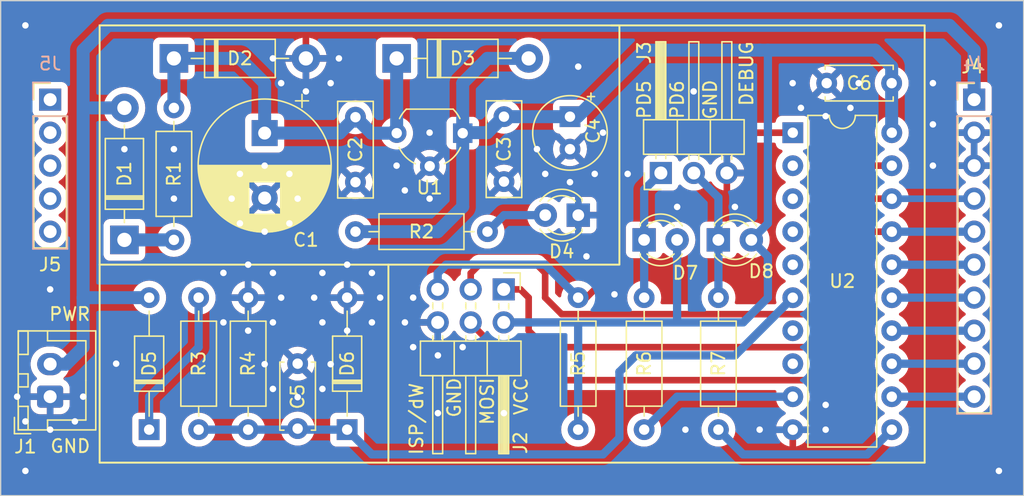
<source format=kicad_pcb>
(kicad_pcb (version 20240108) (generator "pcbnew") (generator_version "8.0")
  (title_block (title "Carrera Start-Ampel \"Bären(n)keller\"") (date "2023-01-10") (rev "1.0") (company "Andreas Wahl - Welzheim") (comment 1 "https://www.andreas-wahl.de/"))
  (layers (0 "F.Cu" signal) (31 "B.Cu" signal) (34 "B.Paste" user) (35 "F.Paste" user) (37 "F.SilkS" user "F.Silkscreen") (38 "B.Mask" user) (39 "F.Mask" user) (44 "Edge.Cuts" user))
  (net 0 "")
  (net 1 "Net-(D2-A1)")
  (net 2 "GND")
  (net 3 "Net-(D1-K)")
  (net 4 "Net-(D4-A)")
  (net 5 "Net-(D5-K)")
  (net 6 "/PCB1: Mikrocontroller/PWR_5V_uC")
  (net 7 "/PCB1: Mikrocontroller/CARRERA_MANCHESTER")
  (net 8 "Net-(D7-K)")
  (net 9 "Net-(D8-K)")
  (net 10 "Net-(J2-Pin_5)")
  (net 11 "Net-(J2-Pin_3)")
  (net 14 "/PCB1: Signalaufbereitung/CARRERA_PWR")
  (net 15 "/PCB1: Mikrocontroller/AMPEL_RT1_MISO")
  (net 16 "/PCB1: Mikrocontroller/AMPEL_RT2_MOSI")
  (net 17 "/PCB1: Mikrocontroller/AMPEL_RT3")
  (net 18 "/PCB1: Mikrocontroller/AMPEL_RT4")
  (net 19 "/PCB1: Mikrocontroller/AMPEL_RT5")
  (net 20 "/PCB1: Mikrocontroller/AMPEL_GN")
  (net 21 "/PCB1: Mikrocontroller/AMPEL_GE")
  (net 25 "Net-(U2-PD5)")
  (net 26 "Net-(U2-PD6)")
  (footprint "Resistor_THT:R_Axial_DIN0207_L6.3mm_D2.5mm_P10.16mm_Horizontal" (layer "F.Cu") (at 75.565 53.34 90)
    (property "Reference" "R7" (at 5.08 0 90) (layer "F.SilkS"))
    (property "Value" "470R")
    (pad "1" thru_hole circle (at 0 0 90) (size 1.6 1.6) (drill 0.8) (layers "*.Cu" "*.Mask") (net 26 "Net-(U2-PD6)"))
    (pad "2" thru_hole oval (at 10.16 0 90) (size 1.6 1.6) (drill 0.8) (layers "*.Cu" "*.Mask") (net 9 "Net-(D8-K)"))
  )
  (footprint "MyLibrary:LED_D3.0mm-gn" (layer "F.Cu") (at 64.78 36.83 180)
    (property "Reference" "D4" (at 1.28 -2.794 180) (layer "F.SilkS"))
    (property "Value" "gn/3mm")
    (pad "1" thru_hole rect (at 0 0 180) (size 1.8 1.8) (drill 0.9) (layers "*.Cu" "*.Mask") (net 2 "GND"))
    (pad "2" thru_hole circle (at 2.54 0 180) (size 1.8 1.8) (drill 0.9) (layers "*.Cu" "*.Mask") (net 4 "Net-(D4-A)"))
  )
  (footprint "Connector_JST:JST_XH_B2B-XH-A_1x02_P2.50mm_Vertical" (layer "F.Cu") (at 24.13 50.8 90)
    (property "Reference" "J1" (at -3.85 -1.905 180) (layer "F.SilkS"))
    (property "Value" "CARRERA_PWR")
    (pad "1" thru_hole roundrect (at 0 0 90) (size 1.7 2) (drill 1) (layers "*.Cu" "*.Mask") (roundrect_rratio 0.1470588235) (net 2 "GND"))
    (pad "2" thru_hole oval (at 2.5 0 90) (size 1.7 2) (drill 1) (layers "*.Cu" "*.Mask") (net 14 "/PCB1: Signalaufbereitung/CARRERA_PWR"))
  )
  (footprint "Diode_THT:D_DO-41_SOD81_P10.16mm_Horizontal" (layer "F.Cu") (at 29.845 38.735 90)
    (property "Reference" "D1" (at 5.08 0 90) (layer "F.SilkS"))
    (property "Value" "1N4001")
    (pad "1" thru_hole rect (at 0 0 90) (size 2.2 2.2) (drill 1.1) (layers "*.Cu" "*.Mask") (net 3 "Net-(D1-K)"))
    (pad "2" thru_hole oval (at 10.16 0 90) (size 2.2 2.2) (drill 1.1) (layers "*.Cu" "*.Mask") (net 14 "/PCB1: Signalaufbereitung/CARRERA_PWR"))
  )
  (footprint "MyLibrary:LED_D3.0mm-ye" (layer "F.Cu") (at 75.56 38.735)
    (property "Reference" "D8" (at 3.307 2.413 0) (layer "F.SilkS"))
    (property "Value" "ge/3mm")
    (pad "1" thru_hole rect (at 0 0) (size 1.8 1.8) (drill 0.9) (layers "*.Cu" "*.Mask") (net 9 "Net-(D8-K)"))
    (pad "2" thru_hole circle (at 2.54 0) (size 1.8 1.8) (drill 0.9) (layers "*.Cu" "*.Mask") (net 6 "/PCB1: Mikrocontroller/PWR_5V_uC"))
  )
  (footprint "Capacitor_THT:C_Disc_D5.0mm_W2.5mm_P5.00mm" (layer "F.Cu") (at 88.9 26.67 180)
    (property "Reference" "C6" (at 2.5 0 180) (layer "F.SilkS"))
    (property "Value" "100n/16V")
    (pad "1" thru_hole circle (at 0 0 180) (size 1.6 1.6) (drill 0.8) (layers "*.Cu" "*.Mask") (net 6 "/PCB1: Mikrocontroller/PWR_5V_uC"))
    (pad "2" thru_hole circle (at 5 0 180) (size 1.6 1.6) (drill 0.8) (layers "*.Cu" "*.Mask") (net 2 "GND"))
  )
  (footprint "Capacitor_THT:CP_Radial_Tantal_D5.5mm_P2.50mm" (layer "F.Cu") (at 64.14 29.25 -90)
    (property "Reference" "C4" (at 1.103 -1.778 -90) (layer "F.SilkS"))
    (property "Value" "10µ/16V")
    (pad "1" thru_hole rect (at 0 0 270) (size 1.6 1.6) (drill 0.8) (layers "*.Cu" "*.Mask") (net 6 "/PCB1: Mikrocontroller/PWR_5V_uC"))
    (pad "2" thru_hole circle (at 2.5 0 270) (size 1.6 1.6) (drill 0.8) (layers "*.Cu" "*.Mask") (net 2 "GND"))
  )
  (footprint "Resistor_THT:R_Axial_DIN0207_L6.3mm_D2.5mm_P10.16mm_Horizontal" (layer "F.Cu") (at 64.77 53.34 90)
    (property "Reference" "R5" (at 5.08 0 90) (layer "F.SilkS"))
    (property "Value" "15k")
    (pad "1" thru_hole circle (at 0 0 90) (size 1.6 1.6) (drill 0.8) (layers "*.Cu" "*.Mask") (net 6 "/PCB1: Mikrocontroller/PWR_5V_uC"))
    (pad "2" thru_hole oval (at 10.16 0 90) (size 1.6 1.6) (drill 0.8) (layers "*.Cu" "*.Mask") (net 10 "Net-(J2-Pin_5)"))
  )
  (footprint "Resistor_THT:R_Axial_DIN0207_L6.3mm_D2.5mm_P10.16mm_Horizontal" (layer "F.Cu") (at 57.79 38.1 180)
    (property "Reference" "R2" (at 5.08 0 0) (layer "F.SilkS"))
    (property "Value" "470R")
    (pad "1" thru_hole circle (at 0 0 180) (size 1.6 1.6) (drill 0.8) (layers "*.Cu" "*.Mask") (net 4 "Net-(D4-A)"))
    (pad "2" thru_hole oval (at 10.16 0 180) (size 1.6 1.6) (drill 0.8) (layers "*.Cu" "*.Mask") (net 6 "/PCB1: Mikrocontroller/PWR_5V_uC"))
  )
  (footprint "Capacitor_THT:C_Rect_L7.2mm_W2.5mm_P5.00mm_FKS2_FKP2_MKS2_MKP2" (layer "F.Cu") (at 47.63 29.29 -90)
    (property "Reference" "C2" (at 2.5 0 90) (layer "F.SilkS"))
    (property "Value" "330n/50V")
    (pad "1" thru_hole circle (at 0 0 270) (size 1.6 1.6) (drill 0.8) (layers "*.Cu" "*.Mask") (net 1 "Net-(D2-A1)"))
    (pad "2" thru_hole circle (at 5 0 270) (size 1.6 1.6) (drill 0.8) (layers "*.Cu" "*.Mask") (net 2 "GND"))
  )
  (footprint "Wahl_Andreas:LOGO_AW_5mm_mask" (layer "F.Cu") (at 94.107 54.864)
    (property "Reference" "G***" (hide yes))
    (property "Value" "LOGO" (hide yes))
  )
  (footprint "Diode_THT:D_DO-41_SOD81_P10.16mm_Horizontal" (layer "F.Cu") (at 33.655 24.765)
    (property "Reference" "D2" (at 5.08 0 0) (layer "F.SilkS"))
    (property "Value" "24V/1,3W")
    (pad "1" thru_hole rect (at 0 0) (size 2.2 2.2) (drill 1.1) (layers "*.Cu" "*.Mask") (net 1 "Net-(D2-A1)"))
    (pad "2" thru_hole oval (at 10.16 0) (size 2.2 2.2) (drill 1.1) (layers "*.Cu" "*.Mask") (net 2 "GND"))
  )
  (footprint "Resistor_THT:R_Axial_DIN0207_L6.3mm_D2.5mm_P10.16mm_Horizontal" (layer "F.Cu") (at 35.56 43.18 -90)
    (property "Reference" "R3" (at 5.08 0 90) (layer "F.SilkS"))
    (property "Value" "1k8")
    (pad "1" thru_hole circle (at 0 0 270) (size 1.6 1.6) (drill 0.8) (layers "*.Cu" "*.Mask") (net 5 "Net-(D5-K)"))
    (pad "2" thru_hole oval (at 10.16 0 270) (size 1.6 1.6) (drill 0.8) (layers "*.Cu" "*.Mask") (net 7 "/PCB1: Mikrocontroller/CARRERA_MANCHESTER"))
  )
  (footprint "Resistor_THT:R_Axial_DIN0207_L6.3mm_D2.5mm_P10.16mm_Horizontal" (layer "F.Cu") (at 69.85 43.18 -90)
    (property "Reference" "R6" (at 5.08 0 90) (layer "F.SilkS"))
    (property "Value" "470R")
    (pad "1" thru_hole circle (at 0 0 270) (size 1.6 1.6) (drill 0.8) (layers "*.Cu" "*.Mask") (net 8 "Net-(D7-K)"))
    (pad "2" thru_hole oval (at 10.16 0 270) (size 1.6 1.6) (drill 0.8) (layers "*.Cu" "*.Mask") (net 25 "Net-(U2-PD5)"))
  )
  (footprint "Package_TO_SOT_THT:TO-92_Wide" (layer "F.Cu") (at 55.885 30.52 180)
    (property "Reference" "U1" (at 2.55 -4.19 180) (layer "F.SilkS"))
    (property "Value" "L78L05_TO92")
    (pad "1" thru_hole rect (at 0 0 180) (size 1.5 1.5) (drill 0.8) (layers "*.Cu" "*.Mask") (net 6 "/PCB1: Mikrocontroller/PWR_5V_uC"))
    (pad "2" thru_hole circle (at 2.54 -2.54 180) (size 1.5 1.5) (drill 0.8) (layers "*.Cu" "*.Mask") (net 2 "GND"))
    (pad "3" thru_hole circle (at 5.08 0 180) (size 1.5 1.5) (drill 0.8) (layers "*.Cu" "*.Mask") (net 1 "Net-(D2-A1)"))
  )
  (footprint "Capacitor_THT:C_Rect_L7.2mm_W2.5mm_P5.00mm_FKS2_FKP2_MKS2_MKP2" (layer "F.Cu") (at 59.06 29.25 -90)
    (property "Reference" "C3" (at 2.5 0 90) (layer "F.SilkS"))
    (property "Value" "100n/16V")
    (pad "1" thru_hole circle (at 0 0 270) (size 1.6 1.6) (drill 0.8) (layers "*.Cu" "*.Mask") (net 6 "/PCB1: Mikrocontroller/PWR_5V_uC"))
    (pad "2" thru_hole circle (at 5 0 270) (size 1.6 1.6) (drill 0.8) (layers "*.Cu" "*.Mask") (net 2 "GND"))
  )
  (footprint "Diode_THT:D_DO-41_SOD81_P10.16mm_Horizontal" (layer "F.Cu") (at 50.8 24.765)
    (property "Reference" "D3" (at 5.08 0 0) (layer "F.SilkS"))
    (property "Value" "1N4001")
    (pad "1" thru_hole rect (at 0 0) (size 2.2 2.2) (drill 1.1) (layers "*.Cu" "*.Mask") (net 1 "Net-(D2-A1)"))
    (pad "2" thru_hole oval (at 10.16 0) (size 2.2 2.2) (drill 1.1) (layers "*.Cu" "*.Mask") (net 6 "/PCB1: Mikrocontroller/PWR_5V_uC"))
  )
  (footprint "Resistor_THT:R_Axial_DIN0207_L6.3mm_D2.5mm_P10.16mm_Horizontal" (layer "F.Cu") (at 39.37 53.34 90)
    (property "Reference" "R4" (at 5.08 0 90) (layer "F.SilkS"))
    (property "Value" "1k0")
    (pad "1" thru_hole circle (at 0 0 90) (size 1.6 1.6) (drill 0.8) (layers "*.Cu" "*.Mask") (net 7 "/PCB1: Mikrocontroller/CARRERA_MANCHESTER"))
    (pad "2" thru_hole oval (at 10.16 0 90) (size 1.6 1.6) (drill 0.8) (layers "*.Cu" "*.Mask") (net 2 "GND"))
  )
  (footprint "MyLibrary:LED_D3.0mm-rd" (layer "F.Cu") (at 69.845 38.735)
    (property "Reference" "D7" (at 3.18 2.54 0) (layer "F.SilkS"))
    (property "Value" "rt/3mm")
    (pad "1" thru_hole rect (at 0 0) (size 1.8 1.8) (drill 0.9) (layers "*.Cu" "*.Mask") (net 8 "Net-(D7-K)"))
    (pad "2" thru_hole circle (at 2.54 0) (size 1.8 1.8) (drill 0.9) (layers "*.Cu" "*.Mask") (net 6 "/PCB1: Mikrocontroller/PWR_5V_uC"))
  )
  (footprint "Diode_THT:D_DO-35_SOD27_P10.16mm_Horizontal" (layer "F.Cu") (at 31.75 53.34 90)
    (property "Reference" "D5" (at 5.08 0 90) (layer "F.SilkS"))
    (property "Value" "1N4148")
    (pad "1" thru_hole rect (at 0 0 90) (size 1.6 1.6) (drill 0.8) (layers "*.Cu" "*.Mask") (net 5 "Net-(D5-K)"))
    (pad "2" thru_hole oval (at 10.16 0 90) (size 1.6 1.6) (drill 0.8) (layers "*.Cu" "*.Mask") (net 14 "/PCB1: Signalaufbereitung/CARRERA_PWR"))
  )
  (footprint "Package_DIP:DIP-20_W7.62mm" (layer "F.Cu") (at 81.29 30.485)
    (property "Reference" "U2" (at 3.81 11.425 0) (layer "F.SilkS"))
    (property "Value" "ATtiny2313A-P")
    (pad "1" thru_hole rect (at 0 0) (size 1.6 1.6) (drill 0.8) (layers "*.Cu" "*.Mask") (net 10 "Net-(J2-Pin_5)"))
    (pad "2" thru_hole oval (at 0 2.54) (size 1.6 1.6) (drill 0.8) (layers "*.Cu" "*.Mask"))
    (pad "3" thru_hole oval (at 0 5.08) (size 1.6 1.6) (drill 0.8) (layers "*.Cu" "*.Mask"))
    (pad "4" thru_hole oval (at 0 7.62) (size 1.6 1.6) (drill 0.8) (layers "*.Cu" "*.Mask"))
    (pad "5" thru_hole oval (at 0 10.16) (size 1.6 1.6) (drill 0.8) (layers "*.Cu" "*.Mask"))
    (pad "6" thru_hole oval (at 0 12.7) (size 1.6 1.6) (drill 0.8) (layers "*.Cu" "*.Mask") (net 7 "/PCB1: Mikrocontroller/CARRERA_MANCHESTER"))
    (pad "7" thru_hole oval (at 0 15.24) (size 1.6 1.6) (drill 0.8) (layers "*.Cu" "*.Mask"))
    (pad "8" thru_hole oval (at 0 17.78) (size 1.6 1.6) (drill 0.8) (layers "*.Cu" "*.Mask"))
    (pad "9" thru_hole oval (at 0 20.32) (size 1.6 1.6) (drill 0.8) (layers "*.Cu" "*.Mask") (net 25 "Net-(U2-PD5)"))
    (pad "10" thru_hole oval (at 0 22.86) (size 1.6 1.6) (drill 0.8) (layers "*.Cu" "*.Mask") (net 2 "GND"))
    (pad "11" thru_hole oval (at 7.62 22.86) (size 1.6 1.6) (drill 0.8) (layers "*.Cu" "*.Mask") (net 26 "Net-(U2-PD6)"))
    (pad "12" thru_hole oval (at 7.62 20.32) (size 1.6 1.6) (drill 0.8) (layers "*.Cu" "*.Mask") (net 21 "/PCB1: Mikrocontroller/AMPEL_GE"))
    (pad "13" thru_hole oval (at 7.62 17.78) (size 1.6 1.6) (drill 0.8) (layers "*.Cu" "*.Mask") (net 20 "/PCB1: Mikrocontroller/AMPEL_GN"))
    (pad "14" thru_hole oval (at 7.62 15.24) (size 1.6 1.6) (drill 0.8) (layers "*.Cu" "*.Mask") (net 19 "/PCB1: Mikrocontroller/AMPEL_RT5"))
    (pad "15" thru_hole oval (at 7.62 12.7) (size 1.6 1.6) (drill 0.8) (layers "*.Cu" "*.Mask") (net 18 "/PCB1: Mikrocontroller/AMPEL_RT4"))
    (pad "16" thru_hole oval (at 7.62 10.16) (size 1.6 1.6) (drill 0.8) (layers "*.Cu" "*.Mask") (net 17 "/PCB1: Mikrocontroller/AMPEL_RT3"))
    (pad "17" thru_hole oval (at 7.62 7.62) (size 1.6 1.6) (drill 0.8) (layers "*.Cu" "*.Mask") (net 16 "/PCB1: Mikrocontroller/AMPEL_RT2_MOSI"))
    (pad "18" thru_hole oval (at 7.62 5.08) (size 1.6 1.6) (drill 0.8) (layers "*.Cu" "*.Mask") (net 15 "/PCB1: Mikrocontroller/AMPEL_RT1_MISO"))
    (pad "19" thru_hole oval (at 7.62 2.54) (size 1.6 1.6) (drill 0.8) (layers "*.Cu" "*.Mask") (net 11 "Net-(J2-Pin_3)"))
    (pad "20" thru_hole oval (at 7.62 0) (size 1.6 1.6) (drill 0.8) (layers "*.Cu" "*.Mask") (net 6 "/PCB1: Mikrocontroller/PWR_5V_uC"))
  )
  (footprint "Connector_PinHeader_2.54mm:PinHeader_1x03_P2.54mm_Horizontal" (layer "F.Cu") (at 71.135 33.585 90)
    (property "Reference" "J3" (at 10.217 -1.285 90) (layer "F.SilkS") (effects (justify right)))
    (property "Value" "DebugPins")
    (pad "1" thru_hole rect (at 0 0 90) (size 1.7 1.7) (drill 1) (layers "*.Cu" "*.Mask") (net 8 "Net-(D7-K)"))
    (pad "2" thru_hole oval (at 0 2.54 90) (size 1.7 1.7) (drill 1) (layers "*.Cu" "*.Mask") (net 9 "Net-(D8-K)"))
    (pad "3" thru_hole oval (at 0 5.08 90) (size 1.7 1.7) (drill 1) (layers "*.Cu" "*.Mask") (net 2 "GND"))
  )
  (footprint "Capacitor_THT:C_Disc_D5.0mm_W2.5mm_P5.00mm" (layer "F.Cu") (at 43.18 53.26 90)
    (property "Reference" "C5" (at 2.46 0 90) (layer "F.SilkS"))
    (property "Value" "150p/16V")
    (pad "1" thru_hole circle (at 0 0 90) (size 1.6 1.6) (drill 0.8) (layers "*.Cu" "*.Mask") (net 7 "/PCB1: Mikrocontroller/CARRERA_MANCHESTER"))
    (pad "2" thru_hole circle (at 5 0 90) (size 1.6 1.6) (drill 0.8) (layers "*.Cu" "*.Mask") (net 2 "GND"))
  )
  (footprint "Capacitor_THT:CP_Radial_D10.0mm_P5.00mm" (layer "F.Cu") (at 40.64 30.512323 -90)
    (property "Reference" "C1" (at 8.222677 -3.175 0) (layer "F.SilkS"))
    (property "Value" "220µ/50V")
    (pad "1" thru_hole rect (at 0 0 270) (size 2 2) (drill 1) (layers "*.Cu" "*.Mask") (net 1 "Net-(D2-A1)"))
    (pad "2" thru_hole circle (at 5 0 270) (size 2 2) (drill 1) (layers "*.Cu" "*.Mask") (net 2 "GND"))
  )
  (footprint "Resistor_THT:R_Axial_DIN0207_L6.3mm_D2.5mm_P10.16mm_Horizontal" (layer "F.Cu") (at 33.655 38.735 90)
    (property "Reference" "R1" (at 5.08 0 90) (layer "F.SilkS"))
    (property "Value" "68R/0,6W")
    (pad "1" thru_hole circle (at 0 0 90) (size 1.6 1.6) (drill 0.8) (layers "*.Cu" "*.Mask") (net 3 "Net-(D1-K)"))
    (pad "2" thru_hole oval (at 10.16 0 90) (size 1.6 1.6) (drill 0.8) (layers "*.Cu" "*.Mask") (net 1 "Net-(D2-A1)"))
  )
  (footprint "Connector_PinHeader_2.54mm:PinHeader_2x03_P2.54mm_Horizontal" (layer "F.Cu") (at 59.04 42.545 -90)
    (property "Reference" "J2" (at 12.762 -1.285 90) (layer "F.SilkS") (effects (justify left)))
    (property "Value" "ISP/DebugWire")
    (pad "1" thru_hole rect (at 0 0 270) (size 1.7 1.7) (drill 1) (layers "*.Cu" "*.Mask") (net 15 "/PCB1: Mikrocontroller/AMPEL_RT1_MISO"))
    (pad "2" thru_hole oval (at 2.54 0 270) (size 1.7 1.7) (drill 1) (layers "*.Cu" "*.Mask") (net 6 "/PCB1: Mikrocontroller/PWR_5V_uC"))
    (pad "3" thru_hole oval (at 0 2.54 270) (size 1.7 1.7) (drill 1) (layers "*.Cu" "*.Mask") (net 11 "Net-(J2-Pin_3)"))
    (pad "4" thru_hole oval (at 2.54 2.54 270) (size 1.7 1.7) (drill 1) (layers "*.Cu" "*.Mask") (net 16 "/PCB1: Mikrocontroller/AMPEL_RT2_MOSI"))
    (pad "5" thru_hole oval (at 0 5.08 270) (size 1.7 1.7) (drill 1) (layers "*.Cu" "*.Mask") (net 10 "Net-(J2-Pin_5)"))
    (pad "6" thru_hole oval (at 2.54 5.08 270) (size 1.7 1.7) (drill 1) (layers "*.Cu" "*.Mask") (net 2 "GND"))
  )
  (footprint "Diode_THT:D_DO-35_SOD27_P10.16mm_Horizontal" (layer "F.Cu") (at 46.99 53.34 90)
    (property "Reference" "D6" (at 5.08 0 90) (layer "F.SilkS"))
    (property "Value" "5V1/0,5W")
    (pad "1" thru_hole rect (at 0 0 90) (size 1.6 1.6) (drill 0.8) (layers "*.Cu" "*.Mask") (net 7 "/PCB1: Mikrocontroller/CARRERA_MANCHESTER"))
    (pad "2" thru_hole oval (at 10.16 0 90) (size 1.6 1.6) (drill 0.8) (layers "*.Cu" "*.Mask") (net 2 "GND"))
  )
  (footprint "Connector_PinSocket_2.54mm:PinSocket_1x10_P2.54mm_Vertical" (layer "B.Cu") (at 95.25 27.94 180)
    (property "Reference" "J4" (at 0 2.77 0) (layer "B.SilkS") (effects (justify mirror)))
    (property "Value" "LED_OUT")
    (pad "1" thru_hole rect (at 0 0 180) (size 1.7 1.7) (drill 1) (layers "*.Cu" "*.Mask") (net 14 "/PCB1: Signalaufbereitung/CARRERA_PWR"))
    (pad "2" thru_hole oval (at 0 -2.54 180) (size 1.7 1.7) (drill 1) (layers "*.Cu" "*.Mask") (net 2 "GND"))
    (pad "3" thru_hole oval (at 0 -5.08 180) (size 1.7 1.7) (drill 1) (layers "*.Cu" "*.Mask") (net 2 "GND"))
    (pad "4" thru_hole oval (at 0 -7.62 180) (size 1.7 1.7) (drill 1) (layers "*.Cu" "*.Mask") (net 15 "/PCB1: Mikrocontroller/AMPEL_RT1_MISO"))
    (pad "5" thru_hole oval (at 0 -10.16 180) (size 1.7 1.7) (drill 1) (layers "*.Cu" "*.Mask") (net 16 "/PCB1: Mikrocontroller/AMPEL_RT2_MOSI"))
    (pad "6" thru_hole oval (at 0 -12.7 180) (size 1.7 1.7) (drill 1) (layers "*.Cu" "*.Mask") (net 17 "/PCB1: Mikrocontroller/AMPEL_RT3"))
    (pad "7" thru_hole oval (at 0 -15.24 180) (size 1.7 1.7) (drill 1) (layers "*.Cu" "*.Mask") (net 18 "/PCB1: Mikrocontroller/AMPEL_RT4"))
    (pad "8" thru_hole oval (at 0 -17.78 180) (size 1.7 1.7) (drill 1) (layers "*.Cu" "*.Mask") (net 19 "/PCB1: Mikrocontroller/AMPEL_RT5"))
    (pad "9" thru_hole oval (at 0 -20.32 180) (size 1.7 1.7) (drill 1) (layers "*.Cu" "*.Mask") (net 20 "/PCB1: Mikrocontroller/AMPEL_GN"))
    (pad "10" thru_hole oval (at 0 -22.86 180) (size 1.7 1.7) (drill 1) (layers "*.Cu" "*.Mask") (net 21 "/PCB1: Mikrocontroller/AMPEL_GE"))
  )
  (footprint "Wahl_Andreas:LOGO_AW_5mm_mask" (layer "B.Cu") (at 94.107 54.864 180)
    (property "Reference" "G***" (hide yes))
    (property "Value" "LOGO" (hide yes))
  )
  (footprint "Connector_PinSocket_2.54mm:PinSocket_1x05_P2.54mm_Vertical" (layer "B.Cu") (at 24.13 27.94 180)
    (property "Reference" "J5" (at 0 2.77 0) (layer "B.SilkS") (effects (justify mirror)))
    (property "Value" "HALTER")
    (pad "1" thru_hole rect (at 0 0 180) (size 1.7 1.7) (drill 1) (layers "*.Cu" "*.Mask"))
    (pad "2" thru_hole oval (at 0 -2.54 180) (size 1.7 1.7) (drill 1) (layers "*.Cu" "*.Mask"))
    (pad "3" thru_hole oval (at 0 -5.08 180) (size 1.7 1.7) (drill 1) (layers "*.Cu" "*.Mask"))
    (pad "4" thru_hole oval (at 0 -7.62 180) (size 1.7 1.7) (drill 1) (layers "*.Cu" "*.Mask"))
    (pad "5" thru_hole oval (at 0 -10.16 180) (size 1.7 1.7) (drill 1) (layers "*.Cu" "*.Mask"))
  )
  (gr_rect (start 93.98 29.21) (end 96.52 52.07) (stroke (width 0.15)) (fill none) (layer "F.SilkS"))
  (gr_rect (start 27.94 22.225) (end 67.945 40.64) (stroke (width 0.15)) (fill none) (layer "F.SilkS"))
  (gr_line (start 22.86 27.94) (end 22.86 26.67) (stroke (width 0.15)) (layer "F.SilkS"))
  (gr_line (start 93.98 27.94) (end 93.98 26.67) (stroke (width 0.15)) (layer "F.SilkS"))
  (gr_line (start 93.98 26.67) (end 95.25 26.67) (stroke (width 0.15)) (layer "F.SilkS"))
  (gr_line (start 67.31 22.225) (end 91.44 22.225) (stroke (width 0.15)) (layer "F.SilkS"))
  (gr_line (start 22.86 26.67) (end 24.13 26.67) (stroke (width 0.15)) (layer "F.SilkS"))
  (gr_line (start 27.94 55.88) (end 91.44 55.88) (stroke (width 0.15)) (layer "F.SilkS"))
  (gr_line (start 27.94 40.64) (end 27.94 55.88) (stroke (width 0.15)) (layer "F.SilkS"))
  (gr_line (start 91.44 22.225) (end 91.44 55.88) (stroke (width 0.15)) (layer "F.SilkS"))
  (gr_rect (start 22.86 29.21) (end 25.4 39.37) (stroke (width 0.15)) (fill none) (layer "F.SilkS"))
  (gr_line (start 50.165 40.64) (end 50.165 55.88) (stroke (width 0.15)) (layer "F.SilkS"))
  (gr_rect (start 20.32 20.32) (end 99.06 58.42) (stroke (width 0.1)) (fill none) (layer "Edge.Cuts"))
  (gr_text "MOSI" (at 57.77 49.25 90) (layer "F.SilkS") (effects (font (size 1 1)) (justify right)))
  (gr_text "GND" (at 55.23 49.25 90) (layer "F.SilkS") (effects (font (size 1 1)) (justify right)))
  (gr_text "VCC" (at 60.37 49.25 90) (layer "F.SilkS") (effects (font (size 1 1)) (justify right)))
  (gr_text "DEBUG" (at 77.724 23.368 90) (layer "F.SilkS") (effects (font (size 1 1)) (justify right)))
  (gr_text "GND" (at 74.93 27.94 90) (layer "F.SilkS") (effects (font (size 1 1))))
  (gr_text "PD5" (at 69.85 27.94 90) (layer "F.SilkS") (effects (font (size 1 1))))
  (gr_text "PD6" (at 72.39 27.94 90) (layer "F.SilkS") (effects (font (size 1 1))))
  (gr_text "J4" (at 95.123 25.4 0) (layer "F.SilkS") (effects (font (size 1 1))))
  (gr_text "J5" (at 24.13 40.64 0) (layer "F.SilkS") (effects (font (size 1 1))))
  (gr_text "PWR" (at 27.305 44.45 0) (layer "F.SilkS") (effects (font (size 1 1)) (justify right)))
  (gr_text "ISP/dW" (at 52.324 55.372 90) (layer "F.SilkS") (effects (font (size 1 1)) (justify left)))
  (gr_text "GND" (at 27.305 54.61 0) (layer "F.SilkS") (effects (font (size 1 1)) (justify right)))
  (segment (start 33.655 24.765) (end 33.655 28.575) (width 1) (layer "B.Cu") (net 1))
  (segment (start 40.64 30.512323) (end 40.64 26.67) (width 1) (layer "B.Cu") (net 1))
  (segment (start 40.64 30.512323) (end 46.407677 30.512323) (width 1) (layer "B.Cu") (net 1))
  (segment (start 46.407677 30.512323) (end 47.63 29.29) (width 1) (layer "B.Cu") (net 1))
  (segment (start 48.86 30.52) (end 50.18 30.52) (width 1) (layer "B.Cu") (net 1))
  (segment (start 38.735 24.765) (end 33.655 24.765) (width 1) (layer "B.Cu") (net 1))
  (segment (start 50.8 30.515) (end 50.805 30.52) (width 1) (layer "B.Cu") (net 1))
  (segment (start 48.86 30.52) (end 47.63 29.29) (width 1) (layer "B.Cu") (net 1))
  (segment (start 40.64 26.67) (end 38.735 24.765) (width 1) (layer "B.Cu") (net 1))
  (segment (start 50.8 24.765) (end 50.8 30.515) (width 1) (layer "B.Cu") (net 1))
  (via (at 83.82 53.34) (size 1) (drill 0.5) (layers "F.Cu" "B.Cu") (net 2))
  (via (at 29.21 48.26) (size 1) (drill 0.5) (layers "F.Cu" "B.Cu") (net 2))
  (via (at 22.225 52.705) (size 1) (drill 0.5) (layers "F.Cu" "B.Cu") (net 2))
  (via (at 64.14 34.29) (size 1) (drill 0.5) (layers "F.Cu" "B.Cu") (net 2))
  (via (at 45.085 45.085) (size 1) (drill 0.5) (layers "F.Cu" "B.Cu") (net 2))
  (via (at 46.99 40.64) (size 1) (drill 0.5) (layers "F.Cu" "B.Cu") (net 2))
  (via (at 41.275 41.275) (size 1) (drill 0.5) (layers "F.Cu" "B.Cu") (net 2))
  (via (at 43.815 27.305) (size 1) (drill 0.5) (layers "F.Cu" "B.Cu") (net 2))
  (via (at 85.725 28.575) (size 1) (drill 0.5) (layers "F.Cu" "B.Cu") (net 2))
  (via (at 50.795 33.02) (size 1) (drill 0.5) (layers "F.Cu" "B.Cu") (net 2))
  (via (at 41.275 45.085) (size 1) (drill 0.5) (layers "F.Cu" "B.Cu") (net 2))
  (via (at 68.58 33.655) (size 1) (drill 0.5) (layers "F.Cu" "B.Cu") (net 2))
  (via (at 83.82 29.21) (size 1) (drill 0.5) (layers "F.Cu" "B.Cu") (net 2))
  (via (at 92.075 29.845) (size 1) (drill 0.5) (layers "F.Cu" "B.Cu") (net 2))
  (via (at 73.025 53.34) (size 1) (drill 0.5) (layers "F.Cu" "B.Cu") (net 2))
  (via (at 48.895 45.085) (size 1) (drill 0.5) (layers "F.Cu" "B.Cu") (net 2))
  (via (at 72.39 36.195) (size 1) (drill 0.5) (layers "F.Cu" "B.Cu") (net 2))
  (via (at 53.975 52.07) (size 1) (drill 0.5) (layers "F.Cu" "B.Cu") (net 2))
  (via (at 39.37 45.72) (size 1) (drill 0.5) (layers "F.Cu" "B.Cu") (net 2))
  (via (at 41.275 24.765) (size 1) (drill 0.5) (layers "F.Cu" "B.Cu") (net 2))
  (via (at 45.085 41.275) (size 1) (drill 0.5) (layers "F.Cu" "B.Cu") (net 2))
  (via (at 40.64 38.1) (size 1) (drill 0.5) (layers "F.Cu" "B.Cu") (net 2))
  (via (at 29.845 31.75) (size 1) (drill 0.5) (layers "F.Cu" "B.Cu") (net 2))
  (via (at 66.68 30.48) (size 1) (drill 0.5) (layers "F.Cu" "B.Cu") (net 2))
  (via (at 53.335 30.48) (size 1) (drill 0.5) (layers "F.Cu" "B.Cu") (net 2))
  (via (at 59.055 52.07) (size 1) (drill 0.5) (layers "F.Cu" "B.Cu") (net 2))
  (via (at 41.91 43.18) (size 1) (drill 0.5) (layers "F.Cu" "B.Cu") (net 2))
  (via (at 38.735 33.655) (size 1) (drill 0.5) (layers "F.Cu" "B.Cu") (net 2))
  (via (at 51.435 45.085) (size 1) (drill 0.5) (layers "F.Cu" "B.Cu") (net 2))
  (via (at 53.975 47.625) (size 1) (drill 0.5) (layers "F.Cu" "B.Cu") (net 2))
  (via (at 62.235 33.655) (size 1) (drill 0.5) (layers "F.Cu" "B.Cu") (net 2))
  (via (at 37.465 41.275) (size 1) (drill 0.5) (layers "F.Cu" "B.Cu") (net 2))
  (via (at 39.37 40.64) (size 1) (drill 0.5) (layers "F.Cu" "B.Cu") (net 2))
  (via (at 41.275 50.205) (size 1) (drill 0.5) (layers "F.Cu" "B.Cu") (net 2))
  (via (at 43.18 50.84) (size 1) (drill 0.5) (layers "F.Cu" "B.Cu") (net 2))
  (via (at 97.155 22.225) (size 1) (drill 0.5) (layers "F.Cu" "B.Cu") (net 2))
  (via (at 24.13 53.34) (size 1) (drill 0.5) (layers "F.Cu" "B.Cu") (net 2))
  (via (at 33.655 35.56) (size 1) (drill 0.5) (layers "F.Cu" "B.Cu") (net 2))
  (via (at 38.1 35.56) (size 1) (drill 0.5) (layers "F.Cu" "B.Cu") (net 2))
  (via (at 40.64 33.02) (size 1) (drill 0.5) (layers "F.Cu" "B.Cu") (net 2))
  (via (at 51.43 34.925) (size 1) (drill 0.5) (layers "F.Cu" "B.Cu") (net 2))
  (via (at 26.035 52.705) (size 1) (drill 0.5) (layers "F.Cu" "B.Cu") (net 2))
  (via (at 45.085 50.205) (size 1) (drill 0.5) (layers "F.Cu" "B.Cu") (net 2))
  (via (at 24.13 42.545) (size 1) (drill 0.5) (layers "F.Cu" "B.Cu") (net 2))
  (via (at 46.99 45.72) (size 1) (drill 0.5) (layers "F.Cu" "B.Cu") (net 2))
  (via (at 26.67 50.8) (size 1) (drill 0.5) (layers "F.Cu" "B.Cu") (net 2))
  (via (at 22.225 56.515) (size 1) (drill 0.5) (layers "F.Cu" "B.Cu") (net 2))
  (via (at 61.6 31.75) (size 1) (drill 0.5) (layers "F.Cu" "B.Cu") (net 2))
  (via (at 45.72 48.3) (size 1) (drill 0.5) (layers "F.Cu" "B.Cu") (net 2))
  (via (at 86.36 26.67) (size 1) (drill 0.5) (layers "F.Cu" "B.Cu") (net 2))
  (via (at 53.335 35.56) (size 1) (drill 0.5) (layers "F.Cu" "B.Cu") (net 2))
  (via (at 64.775 25.4) (size 1) (drill 0.5) (layers "F.Cu" "B.Cu") (net 2))
  (via (at 81.28 26.67) (size 1) (drill 0.5) (layers "F.Cu" "B.Cu") (net 2))
  (via (at 65.41 40.005) (size 1) (drill 0.5) (layers "F.Cu" "B.Cu") (net 2))
  (via (at 67.564 42.926) (size 1) (drill 0.5) (layers "F.Cu" "B.Cu") (net 2))
  (via (at 45.72 26.67) (size 1) (drill 0.5) (layers "F.Cu" "B.Cu") (net 2))
  (via (at 33.655 31.75) (size 1) (drill 0.5) (layers "F.Cu" "B.Cu") (net 2))
  (via (at 42.545 33.655) (size 1) (drill 0.5) (layers "F.Cu" "B.Cu") (net 2))
  (via (at 37.465 45.085) (size 1) (drill 0.5) (layers "F.Cu" "B.Cu") (net 2))
  (via (at 52.07 43.18) (size 1) (drill 0.5) (layers "F.Cu" "B.Cu") (net 2))
  (via (at 49.53 43.18) (size 1) (drill 0.5) (layers "F.Cu" "B.Cu") (net 2))
  (via (at 44.45 43.18) (size 1) (drill 0.5) (layers "F.Cu" "B.Cu") (net 2))
  (via (at 21.59 50.8) (size 1) (drill 0.5) (layers "F.Cu" "B.Cu") (net 2))
  (via (at 66.045 33.655) (size 1) (drill 0.5) (layers "F.Cu" "B.Cu") (net 2))
  (via (at 92.075 33.02) (size 1) (drill 0.5) (layers "F.Cu" "B.Cu") (net 2))
  (via (at 76.835 36.195) (size 1) (drill 0.5) (layers "F.Cu" "B.Cu") (net 2))
  (via (at 48.895 41.275) (size 1) (drill 0.5) (layers "F.Cu" "B.Cu") (net 2))
  (via (at 22.225 22.225) (size 1) (drill 0.5) (layers "F.Cu" "B.Cu") (net 2))
  (via (at 42.545 37.465) (size 1) (drill 0.5) (layers "F.Cu" "B.Cu") (net 2))
  (via (at 55.88 46.99) (size 1) (drill 0.5) (layers "F.Cu" "B.Cu") (net 2))
  (via (at 78.74 53.34) (size 1) (drill 0.5) (layers "F.Cu" "B.Cu") (net 2))
  (via (at 92.075 26.67) (size 1) (drill 0.5) (layers "F.Cu" "B.Cu") (net 2))
  (via (at 40.64 48.3) (size 1) (drill 0.5) (layers "F.Cu" "B.Cu") (net 2))
  (via (at 52.07 46.99) (size 1) (drill 0.5) (layers "F.Cu" "B.Cu") (net 2))
  (via (at 46.355 24.765) (size 1) (drill 0.5) (layers "F.Cu" "B.Cu") (net 2))
  (via (at 97.155 56.515) (size 1) (drill 0.5) (layers "F.Cu" "B.Cu") (net 2))
  (via (at 81.915 28.575) (size 1) (drill 0.5) (layers "F.Cu" "B.Cu") (net 2))
  (via (at 38.735 37.465) (size 1) (drill 0.5) (layers "F.Cu" "B.Cu") (net 2))
  (via (at 43.18 35.56) (size 1) (drill 0.5) (layers "F.Cu" "B.Cu") (net 2))
  (via (at 41.91 26.67) (size 1) (drill 0.5) (layers "F.Cu" "B.Cu") (net 2))
  (via (at 83.82 51.435) (size 1) (drill 0.5) (layers "F.Cu" "B.Cu") (net 2))
  (via (at 73.66 27.305) (size 1) (drill 0.5) (layers "F.Cu" "B.Cu") (net 2))
  (segment (start 29.845 38.735) (end 33.655 38.735) (width 1) (layer "B.Cu") (net 3))
  (segment (start 57.79 38.1) (end 59.06 36.83) (width 0.635) (layer "B.Cu") (net 4))
  (segment (start 59.06 36.83) (end 61.605 36.83) (width 0.635) (layer "B.Cu") (net 4))
  (segment (start 35.56 46.99) (end 35.56 43.18) (width 0.635) (layer "B.Cu") (net 5))
  (segment (start 31.75 53.34) (end 31.75 50.8) (width 0.635) (layer "B.Cu") (net 5))
  (segment (start 31.75 50.8) (end 35.56 46.99) (width 0.635) (layer "B.Cu") (net 5))
  (segment (start 53.97 38.1) (end 47.63 38.1) (width 1) (layer "B.Cu") (net 6))
  (segment (start 59.015 29.25) (end 57.785 30.48) (width 1) (layer "B.Cu") (net 6))
  (segment (start 59.06 29.25) (end 59.015 29.25) (width 1) (layer "B.Cu") (net 6))
  (segment (start 72.385 45.08) (end 72.39 45.085) (width 0.635) (layer "B.Cu") (net 6))
  (segment (start 78.74 24.13) (end 79.375 24.13) (width 1) (layer "B.Cu") (net 6))
  (segment (start 64.14 29.25) (end 59.06 29.25) (width 1) (layer "B.Cu") (net 6))
  (segment (start 79.375 24.13) (end 79.375 37.46) (width 0.635) (layer "B.Cu") (net 6))
  (segment (start 79.375 37.46) (end 78.1 38.735) (width 0.635) (layer "B.Cu") (net 6))
  (segment (start 79.375 24.13) (end 87.63 24.13) (width 1) (layer "B.Cu") (net 6))
  (segment (start 79.375 40.01) (end 79.375 43.18) (width 0.635) (layer "B.Cu") (net 6))
  (segment (start 64.735 29.25) (end 69.855 24.13) (width 1) (layer "B.Cu") (net 6))
  (segment (start 55.885 30.52) (end 55.885 36.185) (width 1) (layer "B.Cu") (net 6))
  (segment (start 57.785 24.765) (end 55.885 26.665) (width 1) (layer "B.Cu") (net 6))
  (segment (start 72.385 38.735) (end 72.385 45.08) (width 0.635) (layer "B.Cu") (net 6))
  (segment (start 87.63 24.13) (end 88.9 25.4) (width 1) (layer "B.Cu") (net 6))
  (segment (start 60.96 24.765) (end 57.785 24.765) (width 1) (layer "B.Cu") (net 6))
  (segment (start 88.9 26.67) (end 88.9 30.475) (width 1) (layer "B.Cu") (net 6))
  (segment (start 88.9 25.4) (end 88.9 26.67) (width 1) (layer "B.Cu") (net 6))
  (segment (start 57.785 30.48) (end 55.925 30.48) (width 1) (layer "B.Cu") (net 6))
  (segment (start 55.925 30.48) (end 55.885 30.52) (width 1) (layer "B.Cu") (net 6))
  (segment (start 55.885 26.665) (end 55.885 30.52) (width 1) (layer "B.Cu") (net 6))
  (segment (start 69.855 24.13) (end 78.74 24.13) (width 1) (layer "B.Cu") (net 6))
  (segment (start 79.375 43.18) (end 77.47 45.085) (width 0.635) (layer "B.Cu") (net 6))
  (segment (start 78.1 38.735) (end 79.375 40.01) (width 0.635) (layer "B.Cu") (net 6))
  (segment (start 64.77 53.34) (end 64.77 45.085) (width 0.635) (layer "B.Cu") (net 6))
  (segment (start 64.77 45.085) (end 77.47 45.085) (width 0.635) (layer "B.Cu") (net 6))
  (segment (start 59.105 45.085) (end 64.77 45.085) (width 0.635) (layer "B.Cu") (net 6))
  (segment (start 55.885 36.185) (end 53.97 38.1) (width 1) (layer "B.Cu") (net 6))
  (segment (start 46.99 53.34) (end 48.895 55.245) (width 0.635) (layer "B.Cu") (net 7))
  (segment (start 69.215 47.625) (end 76.85 47.625) (width 0.635) (layer "B.Cu") (net 7))
  (segment (start 46.99 53.34) (end 35.36 53.34) (width 0.635) (layer "B.Cu") (net 7))
  (segment (start 67.945 48.895) (end 69.215 47.625) (width 0.635) (layer "B.Cu") (net 7))
  (segment (start 76.85 47.625) (end 81.29 43.185) (width 0.635) (layer "B.Cu") (net 7))
  (segment (start 66.675 55.245) (end 67.945 53.975) (width 0.635) (layer "B.Cu") (net 7))
  (segment (start 67.945 53.975) (end 67.945 48.895) (width 0.635) (layer "B.Cu") (net 7))
  (segment (start 48.895 55.245) (end 66.675 55.245) (width 0.635) (layer "B.Cu") (net 7))
  (segment (start 71.135 33.585) (end 69.85 34.87) (width 0.635) (layer "B.Cu") (net 8))
  (segment (start 69.85 38.73) (end 69.845 38.735) (width 0.635) (layer "B.Cu") (net 8))
  (segment (start 69.85 38.74) (end 69.85 43.18) (width 0.635) (layer "B.Cu") (net 8))
  (segment (start 69.845 38.735) (end 69.85 38.74) (width 0.635) (layer "B.Cu") (net 8))
  (segment (start 69.85 34.87) (end 69.85 38.73) (width 0.635) (layer "B.Cu") (net 8))
  (segment (start 73.675 33.585) (end 75.565 35.475) (width 0.635) (layer "B.Cu") (net 9))
  (segment (start 75.565 35.475) (end 75.565 43.18) (width 0.635) (layer "B.Cu") (net 9))
  (segment (start 69.215 30.485) (end 67.315 32.385) (width 0.508) (layer "F.Cu") (net 10))
  (segment (start 81.29 30.485) (end 69.215 30.485) (width 0.508) (layer "F.Cu") (net 10))
  (segment (start 67.31 41.275) (end 65.405 43.18) (width 0.508) (layer "F.Cu") (net 10))
  (segment (start 67.315 32.385) (end 67.315 41.275) (width 0.508) (layer "F.Cu") (net 10))
  (segment (start 67.315 41.275) (end 67.31 41.275) (width 0.508) (layer "F.Cu") (net 10))
  (segment (start 65.405 43.18) (end 64.77 43.18) (width 0.508) (layer "F.Cu") (net 10))
  (segment (start 53.96 42.545) (end 53.96 41.29) (width 0.635) (layer "B.Cu") (net 10))
  (segment (start 62.23 40.64) (end 64.77 43.18) (width 0.635) (layer "B.Cu") (net 10))
  (segment (start 53.96 41.29) (end 54.61 40.64) (width 0.635) (layer "B.Cu") (net 10))
  (segment (start 54.61 40.64) (end 62.23 40.64) (width 0.635) (layer "B.Cu") (net 10))
  (segment (start 84.455 33.02) (end 88.27 33.02) (width 0.508) (layer "F.Cu") (net 11))
  (segment (start 63.5 44.45) (end 82.55 44.45) (width 0.508) (layer "F.Cu") (net 11))
  (segment (start 56.5 41.305) (end 57.165 40.64) (width 0.508) (layer "F.Cu") (net 11))
  (segment (start 62.23 43.18) (end 63.5 44.45) (width 0.508) (layer "F.Cu") (net 11))
  (segment (start 57.165 40.64) (end 61.595 40.64) (width 0.508) (layer "F.Cu") (net 11))
  (segment (start 62.23 41.275) (end 62.23 43.18) (width 0.508) (layer "F.Cu") (net 11))
  (segment (start 56.5 42.61) (end 56.5 41.305) (width 0.508) (layer "F.Cu") (net 11))
  (segment (start 83.82 33.655) (end 84.455 33.02) (width 0.508) (layer "F.Cu") (net 11))
  (segment (start 83.82 43.18) (end 83.82 33.655) (width 0.508) (layer "F.Cu") (net 11))
  (segment (start 82.55 44.45) (end 83.82 43.18) (width 0.508) (layer "F.Cu") (net 11))
  (segment (start 61.595 40.64) (end 62.23 41.275) (width 0.508) (layer "F.Cu") (net 11))
  (segment (start 26.67 43.18) (end 31.75 43.18) (width 1) (layer "B.Cu") (net 14))
  (segment (start 26.67 24.13) (end 26.67 43.18) (width 1) (layer "B.Cu") (net 14))
  (segment (start 29.845 28.575) (end 27.305 28.575) (width 1) (layer "B.Cu") (net 14))
  (segment (start 93.345 22.225) (end 28.575 22.225) (width 1) (layer "B.Cu") (net 14))
  (segment (start 26.67 46.99) (end 26.67 43.18) (width 1) (layer "B.Cu") (net 14))
  (segment (start 25.36 48.3) (end 26.67 46.99) (width 1) (layer "B.Cu") (net 14))
  (segment (start 95.25 27.94) (end 95.25 24.13) (width 1) (layer "B.Cu") (net 14))
  (segment (start 28.575 22.225) (end 26.67 24.13) (width 1) (layer "B.Cu") (net 14))
  (segment (start 24.13 48.3) (end 25.36 48.3) (width 1) (layer "B.Cu") (net 14))
  (segment (start 95.25 24.13) (end 93.345 22.225) (width 1) (layer "B.Cu") (net 14))
  (segment (start 85.09 45.72) (end 83.82 46.99) (width 0.508) (layer "F.Cu") (net 15))
  (segment (start 62.23 46.99) (end 60.96 45.72) (width 0.508) (layer "F.Cu") (net 15))
  (segment (start 88.91 35.565) (end 88.905 35.56) (width 0.508) (layer "F.Cu") (net 15))
  (segment (start 60.96 45.72) (end 60.96 43.18) (width 0.508) (layer "F.Cu") (net 15))
  (segment (start 86.36 35.56) (end 85.09 36.83) (width 0.508) (layer "F.Cu") (net 15))
  (segment (start 60.325 42.545) (end 59.04 42.545) (width 0.508) (layer "F.Cu") (net 15))
  (segment (start 88.905 35.56) (end 86.36 35.56) (width 0.508) (layer "F.Cu") (net 15))
  (segment (start 85.09 36.83) (end 85.09 45.72) (width 0.508) (layer "F.Cu") (net 15))
  (segment (start 60.96 43.18) (end 60.325 42.545) (width 0.508) (layer "F.Cu") (net 15))
  (segment (start 83.82 46.99) (end 62.23 46.99) (width 0.508) (layer "F.Cu") (net 15))
  (segment (start 88.91 35.565) (end 95.245 35.565) (width 0.508) (layer "B.Cu") (net 15))
  (segment (start 95.245 35.565) (end 95.25 35.56) (width 0.508) (layer "B.Cu") (net 15))
  (segment (start 60.88 49.53) (end 56.5 45.15) (width 0.508) (layer "F.Cu") (net 16))
  (segment (start 85.09 49.53) (end 60.88 49.53) (width 0.508) (layer "F.Cu") (net 16))
  (segment (start 88.275 38.105) (end 86.99 38.105) (width 0.508) (layer "F.Cu") (net 16))
  (segment (start 86.36 38.735) (end 86.36 48.26) (width 0.508) (layer "F.Cu") (net 16))
  (segment (start 86.36 48.26) (end 85.09 49.53) (width 0.508) (layer "F.Cu") (net 16))
  (segment (start 86.99 38.105) (end 86.36 38.735) (width 0.508) (layer "F.Cu") (net 16))
  (segment (start 88.91 38.105) (end 95.245 38.105) (width 0.635) (layer "B.Cu") (net 16))
  (segment (start 95.245 38.105) (end 95.25 38.1) (width 0.635) (layer "B.Cu") (net 16))
  (segment (start 95.245 40.645) (end 95.25 40.64) (width 0.635) (layer "B.Cu") (net 17))
  (segment (start 88.91 40.645) (end 95.245 40.645) (width 0.635) (layer "B.Cu") (net 17))
  (segment (start 88.91 43.185) (end 88.915 43.18) (width 0.635) (layer "B.Cu") (net 18))
  (segment (start 88.915 43.18) (end 95.25 43.18) (width 0.635) (layer "B.Cu") (net 18))
  (segment (start 95.245 45.725) (end 95.25 45.72) (width 0.635) (layer "B.Cu") (net 19))
  (segment (start 88.91 45.725) (end 95.245 45.725) (width 0.635) (layer "B.Cu") (net 19))
  (segment (start 88.91 48.265) (end 95.245 48.265) (width 0.635) (layer "B.Cu") (net 20))
  (segment (start 95.245 48.265) (end 95.25 48.26) (width 0.635) (layer "B.Cu") (net 20))
  (segment (start 88.91 50.805) (end 95.245 50.805) (width 0.635) (layer "B.Cu") (net 21))
  (segment (start 95.245 50.805) (end 95.25 50.8) (width 0.635) (layer "B.Cu") (net 21))
  (segment (start 69.85 53.34) (end 72.385 50.805) (width 0.635) (layer "B.Cu") (net 25))
  (segment (start 72.385 50.805) (end 81.29 50.805) (width 0.635) (layer "B.Cu") (net 25))
  (segment (start 77.47 55.245) (end 87.01 55.245) (width 0.635) (layer "B.Cu") (net 26))
  (segment (start 87.01 55.245) (end 88.91 53.345) (width 0.635) (layer "B.Cu") (net 26))
  (segment (start 75.565 53.34) (end 77.47 55.245) (width 0.635) (layer "B.Cu") (net 26))
  (zone (net 2) (net_name "GND") (layer "F.Cu") (connect_pads (clearance 0.508)) (min_thickness 0.254) (fill yes (thermal_gap 0.508) (thermal_bridge_width 0.508))
    (polygon (pts (xy 99.06 58.42) (xy 20.32 58.42) (xy 20.32 20.32) (xy 99.06 20.32)))
  )
  (zone (net 2) (net_name "GND") (layer "B.Cu") (connect_pads (clearance 0.508)) (min_thickness 0.254) (fill yes (thermal_gap 0.508) (thermal_bridge_width 0.508))
    (polygon (pts (xy 99.06 58.42) (xy 20.32 58.42) (xy 20.32 20.32) (xy 99.06 20.32)))
  )
)
</source>
